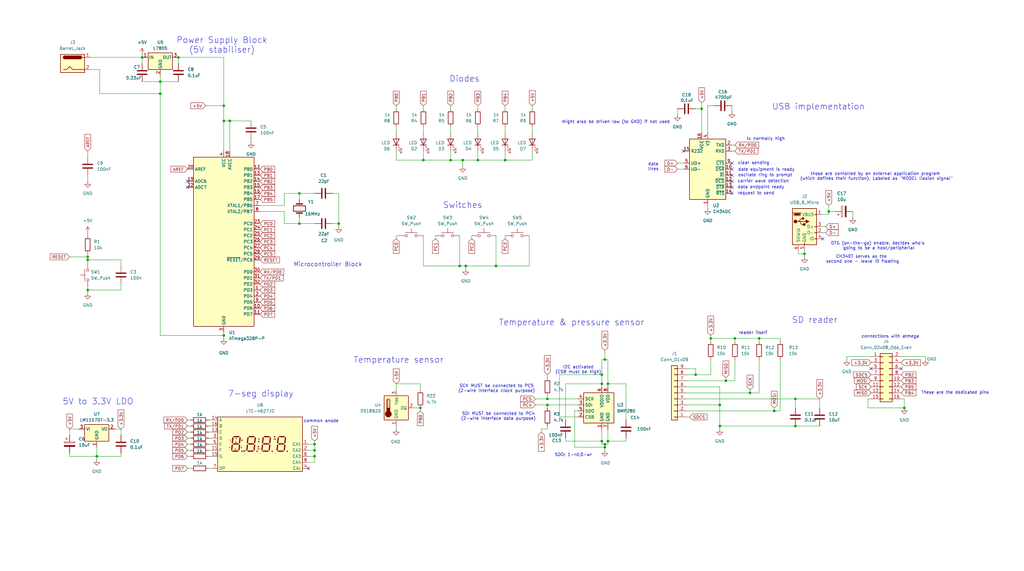
<source format=kicad_sch>
(kicad_sch (version 20250114) (generator "eeschema") (generator_version "9.0")
  (paper "User" 430 240)
  (text "USB implementation" (at 343.662 44.958 0) (effects (font (size 2.54 2.54))))
  (text "data endpoint ready" (at 319.532 78.74 0) (effects (font (size 1.27 1.27))))
  (text "Diodes\n" (at 195.072 33.274 0) (effects (font (size 2.54 2.54))))
  (text "clear sending" (at 316.484 68.58 0) (effects (font (size 1.27 1.27))))
  (text "SDI MUST be connected to PC4\n(2-wire interface data purpose)" (at 209.296 175.006 0) (effects (font (size 1.27 1.27))))
  (text "Power Supply Block\n(5V stabiliser)" (at 93.218 19.05 0) (effects (font (size 2.54 2.54))))
  (text "Switches" (at 194.31 86.36 0) (effects (font (size 2.54 2.54))))
  (text "connections with atmega" (at 373.888 141.478 0) (effects (font (size 1.27 1.27))))
  (text "SD reader" (at 342.138 134.62 0) (effects (font (size 2.54 2.54))))
  (text "data\nlines" (at 274.32 70.104 0) (effects (font (size 1.27 1.27))))
  (text "tx normally high" (at 321.564 58.42 0) (effects (font (size 1.27 1.27))))
  (text "common anode\n" (at 134.874 177.038 0) (effects (font (size 1.27 1.27))))
  (text "5V to 3.3V LDO" (at 41.148 168.91 0) (effects (font (size 2.54 2.54))))
  (text "7-seg display\n" (at 109.474 165.608 0) (effects (font (size 2.54 2.54))))
  (text "Temperature & pressure sensor\n" (at 240.03 135.636 0) (effects (font (size 2.54 2.54))))
  (text "oscilate ring to prompt" (at 321.31 73.66 0) (effects (font (size 1.27 1.27))))
  (text "request to send" (at 317.5 81.28 0) (effects (font (size 1.27 1.27))))
  (text "Temperature sensor\n" (at 167.386 151.384 0) (effects (font (size 2.54 2.54))))
  (text "might also be driven low (to GND) if not used" (at 258.572 51.308 0) (effects (font (size 1.27 1.27))))
  (text "Microcontroller Block" (at 137.668 111.252 0) (effects (font (size 1.778 1.778))))
  (text "These are the dedicated pins" (at 401.066 165.1 0) (effects (font (size 1.27 1.27))))
  (text "SCK MUST be connected to PC5\n(2-wire interface clock purpose)\n" (at 208.534 163.322 0) (effects (font (size 1.27 1.27))))
  (text "SDO: 1-rd,0-wr" (at 240.792 191.262 0) (effects (font (size 1.27 1.27))))
  (text "OTG (on-the-go) enable. decides who's \ngoing to be a host/peripherial" (at 369.062 103.378 0) (effects (font (size 1.27 1.27))))
  (text "reader itself" (at 316.23 139.954 0) (effects (font (size 1.27 1.27))))
  (text "those are contolled by an external application program \n(which defines their function). Labeled as \"MODEL liasion signal\"" (at 368.046 74.168 0) (effects (font (size 1.27 1.27))))
  (text "CH340T serves as the \nsecond one - leave ID floating" (at 362.204 108.966 0) (effects (font (size 1.27 1.27))))
  (text "date equipment is ready" (at 321.818 71.374 0) (effects (font (size 1.27 1.27))))
  (text "carrier wave detection\n" (at 320.548 76.2 0) (effects (font (size 1.27 1.27))))
  (text "I2C activated\n(CSB must be high)" (at 242.824 155.448 0) (effects (font (size 1.27 1.27))))
  (junction (at 59.69 24.13))
  (junction (at 255.27 161.29))
  (junction (at 176.53 171.45))
  (junction (at 298.45 142.24))
  (junction (at 125.73 93.98))
  (junction (at 308.61 142.24))
  (junction (at 132.08 189.23))
  (junction (at 67.31 39.37))
  (junction (at 142.24 93.98))
  (junction (at 177.8 67.31))
  (junction (at 229.87 167.64))
  (junction (at 67.31 34.29))
  (junction (at 36.83 121.92))
  (junction (at 212.09 67.31))
  (junction (at 334.01 179.07))
  (junction (at 304.8 160.02))
  (junction (at 255.27 185.42))
  (junction (at 294.64 45.72))
  (junction (at 314.96 165.1))
  (junction (at 36.83 109.22))
  (junction (at 252.73 185.42))
  (junction (at 254 151.13))
  (junction (at 125.73 81.28))
  (junction (at 36.83 107.95))
  (junction (at 347.98 88.9))
  (junction (at 334.01 167.64))
  (junction (at 93.98 44.45))
  (junction (at 74.93 24.13))
  (junction (at 200.66 67.31))
  (junction (at 194.31 67.31))
  (junction (at 325.12 172.72))
  (junction (at 193.04 111.76))
  (junction (at 254 187.96))
  (junction (at 318.77 142.24))
  (junction (at 208.28 111.76))
  (junction (at 132.08 186.69))
  (junction (at 229.87 170.18))
  (junction (at 93.98 140.97))
  (junction (at 132.08 191.77))
  (junction (at 40.64 191.77))
  (junction (at 292.1 157.48))
  (junction (at 337.82 106.68))
  (junction (at 93.98 50.8))
  (junction (at 302.26 170.18))
  (junction (at 189.23 67.31))
  (junction (at 252.73 161.29))
  (junction (at 379.73 171.45))
  (junction (at 254 186.69))
  (junction (at 302.26 179.07))
  (junction (at 195.58 111.76))
  (junction (at 252.73 157.48))
  (junction (at 96.52 50.8))
  (no_connect (at 307.34 78.74))
  (no_connect (at 307.34 73.66))
  (no_connect (at 129.54 196.85))
  (no_connect (at 365.76 154.94))
  (no_connect (at 378.46 154.94))
  (no_connect (at 345.44 100.33))
  (no_connect (at 307.34 76.2))
  (no_connect (at 78.74 76.2))
  (no_connect (at 287.02 63.5))
  (no_connect (at 307.34 81.28))
  (no_connect (at 78.74 78.74))
  (no_connect (at 307.34 68.58))
  (no_connect (at 307.34 71.12))
  (wire (pts (xy 294.64 43.18) (xy 294.64 45.72)))
  (wire (pts (xy 358.14 88.9) (xy 358.14 91.44)))
  (wire (pts (xy 335.28 105.41) (xy 335.28 106.68)))
  (wire (pts (xy 308.61 142.24) (xy 308.61 143.51)))
  (wire (pts (xy 252.73 151.13) (xy 252.73 157.48)))
  (wire (pts (xy 325.12 172.72) (xy 327.66 172.72)))
  (wire (pts (xy 314.96 165.1) (xy 318.77 165.1)))
  (wire (pts (xy 237.49 185.42) (xy 252.73 185.42)))
  (wire (pts (xy 198.12 100.33) (xy 198.12 99.06)))
  (wire (pts (xy 302.26 162.56) (xy 302.26 170.18)))
  (wire (pts (xy 177.8 44.45) (xy 177.8 45.72)))
  (wire (pts (xy 365.76 167.64) (xy 364.49 167.64)))
  (wire (pts (xy 229.87 170.18) (xy 242.57 170.18)))
  (wire (pts (xy 212.09 44.45) (xy 212.09 45.72)))
  (wire (pts (xy 212.09 67.31) (xy 223.52 67.31)))
  (wire (pts (xy 288.29 154.94) (xy 292.1 154.94)))
  (wire (pts (xy 139.7 93.98) (xy 142.24 93.98)))
  (wire (pts (xy 119.38 93.98) (xy 125.73 93.98)))
  (wire (pts (xy 212.09 55.88) (xy 212.09 53.34)))
  (wire (pts (xy 78.74 196.85) (xy 80.01 196.85)))
  (wire (pts (xy 78.74 179.07) (xy 80.01 179.07)))
  (wire (pts (xy 29.21 191.77) (xy 40.64 191.77)))
  (wire (pts (xy 36.83 121.92) (xy 50.8 121.92)))
  (wire (pts (xy 189.23 63.5) (xy 189.23 67.31)))
  (wire (pts (xy 252.73 161.29) (xy 252.73 162.56)))
  (wire (pts (xy 67.31 34.29) (xy 74.93 34.29)))
  (wire (pts (xy 229.87 180.34) (xy 229.87 179.07)))
  (wire (pts (xy 314.96 163.83) (xy 314.96 165.1)))
  (wire (pts (xy 50.8 180.34) (xy 50.8 182.88)))
  (wire (pts (xy 129.54 186.69) (xy 132.08 186.69)))
  (wire (pts (xy 224.79 167.64) (xy 229.87 167.64)))
  (wire (pts (xy 182.88 100.33) (xy 182.88 99.06)))
  (wire (pts (xy 87.63 181.61) (xy 88.9 181.61)))
  (wire (pts (xy 87.63 179.07) (xy 88.9 179.07)))
  (wire (pts (xy 208.28 111.76) (xy 195.58 111.76)))
  (wire (pts (xy 40.64 193.04) (xy 40.64 191.77)))
  (wire (pts (xy 59.69 22.86) (xy 59.69 24.13)))
  (wire (pts (xy 93.98 44.45) (xy 93.98 50.8)))
  (wire (pts (xy 195.58 113.03) (xy 195.58 111.76)))
  (wire (pts (xy 193.04 99.06) (xy 193.04 111.76)))
  (wire (pts (xy 227.33 181.61) (xy 227.33 180.34)))
  (wire (pts (xy 132.08 186.69) (xy 132.08 189.23)))
  (wire (pts (xy 132.08 189.23) (xy 132.08 191.77)))
  (wire (pts (xy 125.73 93.98) (xy 132.08 93.98)))
  (wire (pts (xy 194.31 67.31) (xy 194.31 69.85)))
  (wire (pts (xy 234.95 157.48) (xy 234.95 175.26)))
  (wire (pts (xy 222.25 111.76) (xy 208.28 111.76)))
  (wire (pts (xy 125.73 91.44) (xy 125.73 93.98)))
  (wire (pts (xy 41.91 39.37) (xy 67.31 39.37)))
  (wire (pts (xy 355.6 149.86) (xy 365.76 149.86)))
  (wire (pts (xy 292.1 154.94) (xy 292.1 157.48)))
  (wire (pts (xy 302.26 179.07) (xy 334.01 179.07)))
  (wire (pts (xy 308.61 142.24) (xy 318.77 142.24)))
  (wire (pts (xy 166.37 180.34) (xy 166.37 179.07)))
  (wire (pts (xy 67.31 39.37) (xy 67.31 140.97)))
  (wire (pts (xy 29.21 190.5) (xy 29.21 191.77)))
  (wire (pts (xy 223.52 63.5) (xy 223.52 67.31)))
  (wire (pts (xy 193.04 111.76) (xy 195.58 111.76)))
  (wire (pts (xy 212.09 63.5) (xy 212.09 67.31)))
  (wire (pts (xy 119.38 81.28) (xy 125.73 81.28)))
  (wire (pts (xy 87.63 186.69) (xy 88.9 186.69)))
  (wire (pts (xy 304.8 158.75) (xy 304.8 160.02)))
  (wire (pts (xy 298.45 142.24) (xy 308.61 142.24)))
  (wire (pts (xy 325.12 171.45) (xy 325.12 172.72)))
  (wire (pts (xy 255.27 180.34) (xy 255.27 185.42)))
  (wire (pts (xy 308.61 60.96) (xy 307.34 60.96)))
  (wire (pts (xy 255.27 161.29) (xy 255.27 151.13)))
  (wire (pts (xy 288.29 167.64) (xy 334.01 167.64)))
  (wire (pts (xy 252.73 186.69) (xy 254 186.69)))
  (wire (pts (xy 119.38 88.9) (xy 119.38 93.98)))
  (wire (pts (xy 229.87 167.64) (xy 242.57 167.64)))
  (wire (pts (xy 364.49 171.45) (xy 379.73 171.45)))
  (wire (pts (xy 298.45 151.13) (xy 298.45 157.48)))
  (wire (pts (xy 194.31 67.31) (xy 200.66 67.31)))
  (wire (pts (xy 234.95 157.48) (xy 252.73 157.48)))
  (wire (pts (xy 96.52 50.8) (xy 105.41 50.8)))
  (wire (pts (xy 93.98 24.13) (xy 93.98 44.45)))
  (wire (pts (xy 59.69 24.13) (xy 59.69 26.67)))
  (wire (pts (xy 29.21 180.34) (xy 33.02 180.34)))
  (wire (pts (xy 229.87 166.37) (xy 229.87 167.64)))
  (wire (pts (xy 379.73 167.64) (xy 379.73 171.45)))
  (wire (pts (xy 255.27 162.56) (xy 255.27 161.29)))
  (wire (pts (xy 241.3 172.72) (xy 241.3 187.96)))
  (wire (pts (xy 252.73 157.48) (xy 252.73 161.29)))
  (wire (pts (xy 223.52 55.88) (xy 223.52 53.34)))
  (wire (pts (xy 378.46 149.86) (xy 388.62 149.86)))
  (wire (pts (xy 36.83 63.5) (xy 36.83 66.04)))
  (wire (pts (xy 36.83 106.68) (xy 36.83 107.95)))
  (wire (pts (xy 347.98 88.9) (xy 350.52 88.9)))
  (wire (pts (xy 318.77 142.24) (xy 327.66 142.24)))
  (wire (pts (xy 86.36 44.45) (xy 93.98 44.45)))
  (wire (pts (xy 200.66 55.88) (xy 200.66 53.34)))
  (wire (pts (xy 227.33 180.34) (xy 229.87 180.34)))
  (wire (pts (xy 308.61 63.5) (xy 307.34 63.5)))
  (wire (pts (xy 78.74 184.15) (xy 80.01 184.15)))
  (wire (pts (xy 237.49 161.29) (xy 252.73 161.29)))
  (wire (pts (xy 212.09 100.33) (xy 212.09 99.06)))
  (wire (pts (xy 355.6 149.86) (xy 355.6 151.13)))
  (wire (pts (xy 200.66 44.45) (xy 200.66 45.72)))
  (wire (pts (xy 200.66 63.5) (xy 200.66 67.31)))
  (wire (pts (xy 93.98 50.8) (xy 93.98 63.5)))
  (wire (pts (xy 255.27 185.42) (xy 255.27 186.69)))
  (wire (pts (xy 177.8 67.31) (xy 189.23 67.31)))
  (wire (pts (xy 50.8 111.76) (xy 50.8 109.22)))
  (wire (pts (xy 166.37 161.29) (xy 166.37 163.83)))
  (wire (pts (xy 255.27 151.13) (xy 254 151.13)))
  (wire (pts (xy 302.26 170.18) (xy 302.26 179.07)))
  (wire (pts (xy 29.21 182.88) (xy 29.21 180.34)))
  (wire (pts (xy 288.29 160.02) (xy 304.8 160.02)))
  (wire (pts (xy 142.24 81.28) (xy 142.24 93.98)))
  (wire (pts (xy 109.22 88.9) (xy 119.38 88.9)))
  (wire (pts (xy 125.73 81.28) (xy 132.08 81.28)))
  (wire (pts (xy 78.74 181.61) (xy 80.01 181.61)))
  (wire (pts (xy 242.57 175.26) (xy 234.95 175.26)))
  (wire (pts (xy 302.26 179.07) (xy 302.26 180.34)))
  (wire (pts (xy 255.27 161.29) (xy 262.89 161.29)))
  (wire (pts (xy 388.62 149.86) (xy 388.62 151.13)))
  (wire (pts (xy 318.77 142.24) (xy 318.77 143.51)))
  (wire (pts (xy 242.57 172.72) (xy 241.3 172.72)))
  (wire (pts (xy 224.79 170.18) (xy 229.87 170.18)))
  (wire (pts (xy 177.8 63.5) (xy 177.8 67.31)))
  (wire (pts (xy 284.48 45.72) (xy 284.48 48.26)))
  (wire (pts (xy 334.01 167.64) (xy 334.01 171.45)))
  (wire (pts (xy 38.1 29.21) (xy 41.91 29.21)))
  (wire (pts (xy 327.66 142.24) (xy 327.66 143.51)))
  (wire (pts (xy 255.27 185.42) (xy 262.89 185.42)))
  (wire (pts (xy 129.54 189.23) (xy 132.08 189.23)))
  (wire (pts (xy 132.08 191.77) (xy 132.08 194.31)))
  (wire (pts (xy 346.71 97.79) (xy 345.44 97.79)))
  (wire (pts (xy 189.23 44.45) (xy 189.23 45.72)))
  (wire (pts (xy 176.53 172.72) (xy 176.53 171.45)))
  (wire (pts (xy 262.89 176.53) (xy 262.89 161.29)))
  (wire (pts (xy 229.87 157.48) (xy 229.87 158.75)))
  (wire (pts (xy 78.74 191.77) (xy 80.01 191.77)))
  (wire (pts (xy 308.61 151.13) (xy 308.61 160.02)))
  (wire (pts (xy 67.31 34.29) (xy 67.31 39.37)))
  (wire (pts (xy 87.63 176.53) (xy 88.9 176.53)))
  (wire (pts (xy 335.28 106.68) (xy 337.82 106.68)))
  (wire (pts (xy 166.37 63.5) (xy 166.37 67.31)))
  (wire (pts (xy 173.99 171.45) (xy 176.53 171.45)))
  (wire (pts (xy 50.8 190.5) (xy 50.8 191.77)))
  (wire (pts (xy 364.49 167.64) (xy 364.49 171.45)))
  (wire (pts (xy 344.17 167.64) (xy 344.17 171.45)))
  (wire (pts (xy 36.83 97.79) (xy 36.83 99.06)))
  (wire (pts (xy 292.1 45.72) (xy 294.64 45.72)))
  (wire (pts (xy 29.21 107.95) (xy 36.83 107.95)))
  (wire (pts (xy 334.01 179.07) (xy 344.17 179.07)))
  (wire (pts (xy 36.83 107.95) (xy 36.83 109.22)))
  (wire (pts (xy 105.41 58.42) (xy 105.41 59.69)))
  (wire (pts (xy 337.82 105.41) (xy 337.82 106.68)))
  (wire (pts (xy 119.38 86.36) (xy 119.38 81.28)))
  (wire (pts (xy 337.82 107.95) (xy 337.82 106.68)))
  (wire (pts (xy 125.73 81.28) (xy 125.73 83.82)))
  (wire (pts (xy 297.18 87.63) (xy 297.18 86.36)))
  (wire (pts (xy 288.29 165.1) (xy 314.96 165.1)))
  (wire (pts (xy 252.73 180.34) (xy 252.73 185.42)))
  (wire (pts (xy 284.48 71.12) (xy 287.02 71.12)))
  (wire (pts (xy 166.37 99.06) (xy 167.64 99.06)))
  (wire (pts (xy 327.66 172.72) (xy 327.66 151.13)))
  (wire (pts (xy 142.24 93.98) (xy 142.24 95.25)))
  (wire (pts (xy 87.63 196.85) (xy 88.9 196.85)))
  (wire (pts (xy 74.93 24.13) (xy 74.93 26.67)))
  (wire (pts (xy 93.98 50.8) (xy 96.52 50.8)))
  (wire (pts (xy 262.89 184.15) (xy 262.89 185.42)))
  (wire (pts (xy 48.26 180.34) (xy 50.8 180.34)))
  (wire (pts (xy 254 189.23) (xy 254 187.96)))
  (wire (pts (xy 288.29 172.72) (xy 325.12 172.72)))
  (wire (pts (xy 254 147.32) (xy 254 151.13)))
  (wire (pts (xy 166.37 67.31) (xy 177.8 67.31)))
  (wire (pts (xy 254 187.96) (xy 254 186.69)))
  (wire (pts (xy 193.04 111.76) (xy 177.8 111.76)))
  (wire (pts (xy 67.31 31.75) (xy 67.31 34.29)))
  (wire (pts (xy 87.63 189.23) (xy 88.9 189.23)))
  (wire (pts (xy 36.83 109.22) (xy 36.83 110.49)))
  (wire (pts (xy 298.45 140.97) (xy 298.45 142.24)))
  (wire (pts (xy 36.83 109.22) (xy 50.8 109.22)))
  (wire (pts (xy 347.98 86.36) (xy 347.98 88.9)))
  (wire (pts (xy 346.71 95.25) (xy 345.44 95.25)))
  (wire (pts (xy 241.3 187.96) (xy 254 187.96)))
  (wire (pts (xy 252.73 185.42) (xy 252.73 186.69)))
  (wire (pts (xy 237.49 184.15) (xy 237.49 185.42)))
  (wire (pts (xy 289.56 175.26) (xy 288.29 175.26)))
  (wire (pts (xy 318.77 151.13) (xy 318.77 165.1)))
  (wire (pts (xy 284.48 68.58) (xy 287.02 68.58)))
  (wire (pts (xy 36.83 73.66) (xy 36.83 76.2)))
  (wire (pts (xy 378.46 167.64) (xy 379.73 167.64)))
  (wire (pts (xy 288.29 162.56) (xy 302.26 162.56)))
  (wire (pts (xy 288.29 170.18) (xy 302.26 170.18)))
  (wire (pts (xy 222.25 99.06) (xy 222.25 111.76)))
  (wire (pts (xy 255.27 186.69) (xy 254 186.69)))
  (wire (pts (xy 36.83 120.65) (xy 36.83 121.92)))
  (wire (pts (xy 166.37 55.88) (xy 166.37 53.34)))
  (wire (pts (xy 38.1 24.13) (xy 59.69 24.13)))
  (wire (pts (xy 139.7 81.28) (xy 142.24 81.28)))
  (wire (pts (xy 177.8 99.06) (xy 177.8 111.76)))
  (wire (pts (xy 304.8 160.02) (xy 308.61 160.02)))
  (wire (pts (xy 78.74 176.53) (xy 80.01 176.53)))
  (wire (pts (xy 41.91 29.21) (xy 41.91 39.37)))
  (wire (pts (xy 229.87 170.18) (xy 229.87 171.45)))
  (wire (pts (xy 166.37 161.29) (xy 176.53 161.29)))
  (wire (pts (xy 334.01 167.64) (xy 344.17 167.64)))
  (wire (pts (xy 297.18 55.88) (xy 297.18 44.45)))
  (wire (pts (xy 50.8 119.38) (xy 50.8 121.92)))
  (wire (pts (xy 132.08 194.31) (xy 129.54 194.31)))
  (wire (pts (xy 129.54 191.77) (xy 132.08 191.77)))
  (wire (pts (xy 177.8 55.88) (xy 177.8 53.34)))
  (wire (pts (xy 288.29 157.48) (xy 292.1 157.48)))
  (wire (pts (xy 254 151.13) (xy 252.73 151.13)))
  (wire (pts (xy 40.64 191.77) (xy 50.8 191.77)))
  (wire (pts (xy 237.49 161.29) (xy 237.49 176.53)))
  (wire (pts (xy 298.45 142.24) (xy 298.45 143.51)))
  (wire (pts (xy 200.66 67.31) (xy 212.09 67.31)))
  (wire (pts (xy 78.74 189.23) (xy 80.01 189.23)))
  (wire (pts (xy 294.64 45.72) (xy 294.64 55.88)))
  (wire (pts (xy 208.28 99.06) (xy 208.28 111.76)))
  (wire (pts (xy 93.98 139.7) (xy 93.98 140.97)))
  (wire (pts (xy 96.52 50.8) (xy 96.52 63.5)))
  (wire (pts (xy 347.98 88.9) (xy 347.98 90.17)))
  (wire (pts (xy 109.22 86.36) (xy 119.38 86.36)))
  (wire (pts (xy 189.23 67.31) (xy 194.31 67.31)))
  (wire (pts (xy 166.37 100.33) (xy 166.37 99.06)))
  (wire (pts (xy 40.64 191.77) (xy 40.64 187.96)))
  (wire (pts (xy 189.23 55.88) (xy 189.23 53.34)))
  (wire (pts (xy 176.53 161.29) (xy 176.53 163.83)))
  (wire (pts (xy 93.98 140.97) (xy 93.98 142.24)))
  (wire (pts (xy 347.98 90.17) (xy 345.44 90.17)))
  (wire (pts (xy 292.1 157.48) (xy 298.45 157.48)))
  (wire (pts (xy 132.08 185.42) (xy 132.08 186.69)))
  (wire (pts (xy 223.52 44.45) (xy 223.52 45.72)))
  (wire (pts (xy 307.34 44.45) (xy 307.34 46.99)))
  (wire (pts (xy 36.83 121.92) (xy 36.83 123.19)))
  (wire (pts (xy 67.31 140.97) (xy 93.98 140.97)))
  (wire (pts (xy 59.69 34.29) (xy 67.31 34.29)))
  (wire (pts (xy 87.63 184.15) (xy 88.9 184.15)))
  (wire (pts (xy 87.63 191.77) (xy 88.9 191.77)))
  (wire (pts (xy 297.18 44.45) (xy 299.72 44.45)))
  (wire (pts (xy 74.93 24.13) (xy 93.98 24.13)))
  (wire (pts (xy 166.37 44.45) (xy 166.37 45.72)))
  (wire (pts (xy 78.74 186.69) (xy 80.01 186.69)))
  (global_label "PB0" (shape input) (at 166.37 44.45 90) (property "Intersheetrefs" "${INTERSHEET_REFS}" (effects (hide yes))))
  (global_label "PD5" (shape input) (at 109.22 127 0) (property "Intersheetrefs" "${INTERSHEET_REFS}" (effects (hide yes))))
  (global_label "+3.3V" (shape input) (at 344.17 167.64 90) (property "Intersheetrefs" "${INTERSHEET_REFS}" (effects (hide yes))))
  (global_label "PB3" (shape input) (at 109.22 78.74 0) (property "Intersheetrefs" "${INTERSHEET_REFS}" (effects (hide yes))))
  (global_label "TX{slash}PD1" (shape input) (at 308.61 63.5 0) (property "Intersheetrefs" "${INTERSHEET_REFS}" (effects (hide yes))))
  (global_label "PC0" (shape input) (at 109.22 93.98 0) (property "Intersheetrefs" "${INTERSHEET_REFS}" (effects (hide yes))))
  (global_label "D+" (shape input) (at 284.48 68.58 180) (property "Intersheetrefs" "${INTERSHEET_REFS}" (effects (hide yes))))
  (global_label "PB2" (shape input) (at 378.46 157.48 0) (property "Intersheetrefs" "${INTERSHEET_REFS}" (effects (hide yes))))
  (global_label "+3.3V" (shape input) (at 229.87 157.48 90) (property "Intersheetrefs" "${INTERSHEET_REFS}" (effects (hide yes))))
  (global_label "PD7" (shape input) (at 78.74 196.85 180) (property "Intersheetrefs" "${INTERSHEET_REFS}" (effects (hide yes))))
  (global_label "TX{slash}PD1" (shape input) (at 78.74 179.07 180) (property "Intersheetrefs" "${INTERSHEET_REFS}" (effects (hide yes))))
  (global_label "PB2" (shape input) (at 109.22 76.2 0) (property "Intersheetrefs" "${INTERSHEET_REFS}" (effects (hide yes))))
  (global_label "SCK" (shape input) (at 314.96 163.83 90) (property "Intersheetrefs" "${INTERSHEET_REFS}" (effects (hide yes))))
  (global_label "AREF" (shape input) (at 78.74 71.12 180) (property "Intersheetrefs" "${INTERSHEET_REFS}" (effects (hide yes))))
  (global_label "D-" (shape input) (at 284.48 71.12 180) (property "Intersheetrefs" "${INTERSHEET_REFS}" (effects (hide yes))))
  (global_label "PB4" (shape input) (at 109.22 81.28 0) (property "Intersheetrefs" "${INTERSHEET_REFS}" (effects (hide yes))))
  (global_label "PB5" (shape input) (at 109.22 83.82 0) (property "Intersheetrefs" "${INTERSHEET_REFS}" (effects (hide yes))))
  (global_label "TX{slash}PD1" (shape input) (at 109.22 116.84 0) (property "Intersheetrefs" "${INTERSHEET_REFS}" (effects (hide yes))))
  (global_label "+5V" (shape input) (at 223.52 44.45 90) (property "Intersheetrefs" "${INTERSHEET_REFS}" (effects (hide yes))))
  (global_label "+5V" (shape input) (at 132.08 185.42 90) (property "Intersheetrefs" "${INTERSHEET_REFS}" (effects (hide yes))))
  (global_label "SCK" (shape input) (at 365.76 162.56 180) (property "Intersheetrefs" "${INTERSHEET_REFS}" (effects (hide yes))))
  (global_label "+3.3V" (shape input) (at 254 147.32 90) (property "Intersheetrefs" "${INTERSHEET_REFS}" (effects (hide yes))))
  (global_label "MISO" (shape input) (at 304.8 158.75 90) (property "Intersheetrefs" "${INTERSHEET_REFS}" (effects (hide yes))))
  (global_label "PB0" (shape input) (at 109.22 71.12 0) (property "Intersheetrefs" "${INTERSHEET_REFS}" (effects (hide yes))))
  (global_label "PD2" (shape input) (at 109.22 119.38 0) (property "Intersheetrefs" "${INTERSHEET_REFS}" (effects (hide yes))))
  (global_label "PC1" (shape input) (at 182.88 100.33 270) (property "Intersheetrefs" "${INTERSHEET_REFS}" (effects (hide yes))))
  (global_label "PB2" (shape input) (at 189.23 44.45 90) (property "Intersheetrefs" "${INTERSHEET_REFS}" (effects (hide yes))))
  (global_label "MOSI" (shape input) (at 325.12 171.45 90) (property "Intersheetrefs" "${INTERSHEET_REFS}" (effects (hide yes))))
  (global_label "RX{slash}PD0" (shape input) (at 78.74 176.53 180) (property "Intersheetrefs" "${INTERSHEET_REFS}" (effects (hide yes))))
  (global_label "+3.3V" (shape input) (at 227.33 181.61 270) (property "Intersheetrefs" "${INTERSHEET_REFS}" (effects (hide yes))))
  (global_label "PB0" (shape input) (at 176.53 172.72 270) (property "Intersheetrefs" "${INTERSHEET_REFS}" (effects (hide yes))))
  (global_label "PD2" (shape input) (at 78.74 181.61 180) (property "Intersheetrefs" "${INTERSHEET_REFS}" (effects (hide yes))))
  (global_label "+3.3V" (shape input) (at 298.45 140.97 90) (property "Intersheetrefs" "${INTERSHEET_REFS}" (effects (hide yes))))
  (global_label "+5V" (shape input) (at 294.64 43.18 90) (property "Intersheetrefs" "${INTERSHEET_REFS}" (effects (hide yes))))
  (global_label "PC1" (shape input) (at 109.22 96.52 0) (property "Intersheetrefs" "${INTERSHEET_REFS}" (effects (hide yes))))
  (global_label "PC0" (shape input) (at 166.37 100.33 270) (property "Intersheetrefs" "${INTERSHEET_REFS}" (effects (hide yes))))
  (global_label "PC4" (shape input) (at 109.22 104.14 0) (property "Intersheetrefs" "${INTERSHEET_REFS}" (effects (hide yes))))
  (global_label "+5V" (shape input) (at 29.21 180.34 90) (property "Intersheetrefs" "${INTERSHEET_REFS}" (effects (hide yes))))
  (global_label "+5V" (shape input) (at 347.98 86.36 90) (property "Intersheetrefs" "${INTERSHEET_REFS}" (effects (hide yes))))
  (global_label "PB3" (shape input) (at 378.46 160.02 0) (property "Intersheetrefs" "${INTERSHEET_REFS}" (effects (hide yes))))
  (global_label "PC5" (shape input) (at 109.22 106.68 0) (property "Intersheetrefs" "${INTERSHEET_REFS}" (effects (hide yes))))
  (global_label "RESET" (shape input) (at 109.22 109.22 0) (property "Intersheetrefs" "${INTERSHEET_REFS}" (effects (hide yes))))
  (global_label "PD3" (shape input) (at 78.74 184.15 180) (property "Intersheetrefs" "${INTERSHEET_REFS}" (effects (hide yes))))
  (global_label "+5V" (shape input) (at 86.36 44.45 180) (property "Intersheetrefs" "${INTERSHEET_REFS}" (effects (hide yes))))
  (global_label "PC4" (shape input) (at 224.79 170.18 180) (property "Intersheetrefs" "${INTERSHEET_REFS}" (effects (hide yes))))
  (global_label "PC2" (shape input) (at 109.22 99.06 0) (property "Intersheetrefs" "${INTERSHEET_REFS}" (effects (hide yes))))
  (global_label "PC3" (shape input) (at 109.22 101.6 0) (property "Intersheetrefs" "${INTERSHEET_REFS}" (effects (hide yes))))
  (global_label "+5V" (shape input) (at 166.37 161.29 90) (property "Intersheetrefs" "${INTERSHEET_REFS}" (effects (hide yes))))
  (global_label "D+" (shape input) (at 346.71 95.25 0) (property "Intersheetrefs" "${INTERSHEET_REFS}" (effects (hide yes))))
  (global_label "MOSI" (shape input) (at 365.76 160.02 180) (property "Intersheetrefs" "${INTERSHEET_REFS}" (effects (hide yes))))
  (global_label "AREF" (shape input) (at 36.83 63.5 90) (property "Intersheetrefs" "${INTERSHEET_REFS}" (effects (hide yes))))
  (global_label "PB4" (shape input) (at 212.09 44.45 90) (property "Intersheetrefs" "${INTERSHEET_REFS}" (effects (hide yes))))
  (global_label "MISO" (shape input) (at 365.76 165.1 180) (property "Intersheetrefs" "${INTERSHEET_REFS}" (effects (hide yes))))
  (global_label "PD4" (shape input) (at 109.22 124.46 0) (property "Intersheetrefs" "${INTERSHEET_REFS}" (effects (hide yes))))
  (global_label "+3.3V" (shape input) (at 378.46 152.4 0) (property "Intersheetrefs" "${INTERSHEET_REFS}" (effects (hide yes))))
  (global_label "PD6" (shape input) (at 78.74 191.77 180) (property "Intersheetrefs" "${INTERSHEET_REFS}" (effects (hide yes))))
  (global_label "PD5" (shape input) (at 78.74 189.23 180) (property "Intersheetrefs" "${INTERSHEET_REFS}" (effects (hide yes))))
  (global_label "PC2" (shape input) (at 198.12 100.33 270) (property "Intersheetrefs" "${INTERSHEET_REFS}" (effects (hide yes))))
  (global_label "PD6" (shape input) (at 109.22 129.54 0) (property "Intersheetrefs" "${INTERSHEET_REFS}" (effects (hide yes))))
  (global_label "PC3" (shape input) (at 212.09 100.33 270) (property "Intersheetrefs" "${INTERSHEET_REFS}" (effects (hide yes))))
  (global_label "PB1" (shape input) (at 177.8 44.45 90) (property "Intersheetrefs" "${INTERSHEET_REFS}" (effects (hide yes))))
  (global_label "PB1" (shape input) (at 109.22 73.66 0) (property "Intersheetrefs" "${INTERSHEET_REFS}" (effects (hide yes))))
  (global_label "RX{slash}PD0" (shape input) (at 308.61 60.96 0) (property "Intersheetrefs" "${INTERSHEET_REFS}" (effects (hide yes))))
  (global_label "+3.3V" (shape input) (at 50.8 180.34 90) (property "Intersheetrefs" "${INTERSHEET_REFS}" (effects (hide yes))))
  (global_label "PD3" (shape input) (at 109.22 121.92 0) (property "Intersheetrefs" "${INTERSHEET_REFS}" (effects (hide yes))))
  (global_label "PC5" (shape input) (at 224.79 167.64 180) (property "Intersheetrefs" "${INTERSHEET_REFS}" (effects (hide yes))))
  (global_label "SDCS" (shape input) (at 365.76 157.48 180) (property "Intersheetrefs" "${INTERSHEET_REFS}" (effects (hide yes))))
  (global_label "PD7" (shape input) (at 109.22 132.08 0) (property "Intersheetrefs" "${INTERSHEET_REFS}" (effects (hide yes))))
  (global_label "PB4" (shape input) (at 378.46 165.1 0) (property "Intersheetrefs" "${INTERSHEET_REFS}" (effects (hide yes))))
  (global_label "PB3" (shape input) (at 200.66 44.45 90) (property "Intersheetrefs" "${INTERSHEET_REFS}" (effects (hide yes))))
  (global_label "SDCS" (shape input) (at 289.56 175.26 0) (property "Intersheetrefs" "${INTERSHEET_REFS}" (effects (hide yes))))
  (global_label "PB5" (shape input) (at 378.46 162.56 0) (property "Intersheetrefs" "${INTERSHEET_REFS}" (effects (hide yes))))
  (global_label "PD4" (shape input) (at 78.74 186.69 180) (property "Intersheetrefs" "${INTERSHEET_REFS}" (effects (hide yes))))
  (global_label "+3.3V" (shape input) (at 365.76 152.4 180) (property "Intersheetrefs" "${INTERSHEET_REFS}" (effects (hide yes))))
  (global_label "RESET" (shape input) (at 29.21 107.95 180) (property "Intersheetrefs" "${INTERSHEET_REFS}" (effects (hide yes))))
  (global_label "D-" (shape input) (at 346.71 97.79 0) (property "Intersheetrefs" "${INTERSHEET_REFS}" (effects (hide yes))))
  (global_label "RX{slash}PD0" (shape input) (at 109.22 114.3 0) (property "Intersheetrefs" "${INTERSHEET_REFS}" (effects (hide yes))))
  (symbol (lib_id "Connector_Generic:Conn_02x08_Odd_Even") (at 370.84 157.48 0) (unit 1)
    (property "Reference" "J4" (at 372.11 143.51 0))
    (property "Value" "Conn_02x08_Odd_Even" (at 372.11 146.05 0))
    (property "Footprint" "Connector_PinHeader_2.54mm:PinHeader_2x08_P2.54mm_Vertical" (effects (hide yes)))
    (property "Description" "Generic connector, double row, 02x08, odd/even pin numbering scheme (row 1 odd numbers, row 2 even numbers), script generated (kicad-library-utils/schlib/autogen/connector/)" (effects (hide yes)))
  )
  (symbol (lib_id "Device:R") (at 83.82 196.85 90) (unit 1)
    (property "Reference" "R21" (effects (hide yes)))
    (property "Value" "1k" (at 83.82 194.564 90))
    (property "Footprint" "Resistor_SMD:R_0805_2012Metric_Pad1.20x1.40mm_HandSolder" (effects (hide yes)))
    (property "Description" "Resistor" (effects (hide yes)))
  )
  (symbol (lib_id "Interface_USB:CH340C") (at 297.18 71.12 0) (unit 1)
    (property "Reference" "U2" (at 299.3233 86.36 0) (effects (justify left)))
    (property "Value" "CH340C" (at 299.3233 88.9 0) (effects (justify left)))
    (property "Footprint" "Package_SO:SOIC-16_3.9x9.9mm_P1.27mm" (effects (hide yes)))
    (property "Datasheet" "https://datasheet.lcsc.com/szlcsc/Jiangsu-Qin-Heng-CH340C_C84681.pdf" (effects (hide yes)))
    (property "Description" "USB serial converter, crystal-less, UART, SOIC-16" (effects (hide yes)))
  )
  (symbol (lib_id "Device:R") (at 83.82 179.07 90) (unit 1)
    (property "Reference" "R15" (effects (hide yes)))
    (property "Value" "1k" (at 83.82 176.784 90))
    (property "Footprint" "Resistor_SMD:R_0805_2012Metric_Pad1.20x1.40mm_HandSolder" (effects (hide yes)))
    (property "Description" "Resistor" (effects (hide yes)))
  )
  (symbol (lib_id "Device:LED") (at 189.23 59.69 90) (unit 1)
    (property "Reference" "D3" (at 186.69 62.5476 90) (effects (justify left)))
    (property "Value" "LED" (at 186.69 60.0076 90) (effects (justify left)))
    (property "Footprint" "LED_SMD:LED_0603_1608Metric" (effects (hide yes)))
    (property "Description" "Light emitting diode" (effects (hide yes)))
    (property "Sim.Pins" "1=K 2=A" (effects (hide yes)))
  )
  (symbol (lib_id "Device:R") (at 177.8 49.53 180) (unit 1)
    (property "Reference" "R4" (at 175.26 50.8001 0) (effects (justify left)))
    (property "Value" "1k" (at 175.26 48.2601 0) (effects (justify left)))
    (property "Footprint" "Resistor_SMD:R_0805_2012Metric_Pad1.20x1.40mm_HandSolder" (effects (hide yes)))
    (property "Description" "Resistor" (effects (hide yes)))
  )
  (symbol (lib_id "power:+5V") (at 36.83 97.79 0) (unit 1)
    (property "Reference" "#PWR04" (effects (hide yes)))
    (property "Value" "+5V" (at 36.83 92.71 0))
    (property "Description" "Power symbol creates a global label with name \"+5V\"" (effects (hide yes)))
  )
  (symbol (lib_id "Device:R") (at 229.87 162.56 0) (unit 1)
    (property "Reference" "R2" (at 232.41 161.2899 0) (effects (justify left)))
    (property "Value" "4.7k" (at 232.41 163.8299 0) (effects (justify left)))
    (property "Footprint" "Resistor_SMD:R_0805_2012Metric_Pad1.20x1.40mm_HandSolder" (effects (hide yes)))
    (property "Description" "Resistor" (effects (hide yes)))
  )
  (symbol (lib_id "Device:C") (at 59.69 30.48 0) (unit 1)
    (property "Reference" "C7" (at 56.134 28.194 0) (effects (justify left)))
    (property "Value" "0.33uF" (at 52.832 32.766 0) (effects (justify left)))
    (property "Footprint" "Capacitor_SMD:C_0603_1608Metric" (effects (hide yes)))
    (property "Description" "Unpolarized capacitor" (effects (hide yes)))
  )
  (symbol (lib_id "power:GND") (at 355.6 151.13 0) (unit 1)
    (property "Reference" "#PWR015" (effects (hide yes)))
    (property "Value" "GND" (at 355.6 156.21 0))
    (property "Description" "Power symbol creates a global label with name \"GND\" , ground" (effects (hide yes)))
  )
  (symbol (lib_id "Device:C") (at 303.53 44.45 90) (unit 1)
    (property "Reference" "C16" (at 303.53 38.608 90))
    (property "Value" "4700pF" (at 303.784 40.894 90))
    (property "Footprint" "Capacitor_SMD:C_0603_1608Metric" (effects (hide yes)))
    (property "Description" "Unpolarized capacitor" (effects (hide yes)))
  )
  (symbol (lib_id "Regulator_Linear:L7805") (at 67.31 24.13 0) (unit 1)
    (property "Reference" "U5" (at 67.31 17.78 0))
    (property "Value" "L7805" (at 67.31 20.32 0))
    (property "Footprint" "Package_TO_SOT_SMD:TO-252-2" (effects (hide yes)))
    (property "Datasheet" "http://www.st.com/content/ccc/resource/technical/document/datasheet/41/4f/b3/b0/12/d4/47/88/CD00000444.pdf/files/CD00000444.pdf/jcr:content/translations/en.CD00000444.pdf" (effects (hide yes)))
    (property "Description" "Positive 1.5A 35V Linear Regulator, Fixed Output 5V, TO-220/TO-263/TO-252" (effects (hide yes)))
  )
  (symbol (lib_id "Device:R") (at 189.23 49.53 180) (unit 1)
    (property "Reference" "R5" (at 186.69 50.8001 0) (effects (justify left)))
    (property "Value" "1k" (at 186.69 48.2601 0) (effects (justify left)))
    (property "Footprint" "Resistor_SMD:R_0805_2012Metric_Pad1.20x1.40mm_HandSolder" (effects (hide yes)))
    (property "Description" "Resistor" (effects (hide yes)))
  )
  (symbol (lib_id "Device:LED") (at 223.52 59.69 90) (unit 1)
    (property "Reference" "D7" (at 220.98 62.5476 90) (effects (justify left)))
    (property "Value" "LED" (at 220.98 60.0076 90) (effects (justify left)))
    (property "Footprint" "LED_SMD:LED_0603_1608Metric" (effects (hide yes)))
    (property "Description" "Light emitting diode" (effects (hide yes)))
    (property "Sim.Pins" "1=K 2=A" (effects (hide yes)))
  )
  (symbol (lib_id "power:GND") (at 166.37 180.34 0) (unit 1)
    (property "Reference" "#PWR017" (effects (hide yes)))
    (property "Value" "GND" (at 166.116 185.674 0))
    (property "Description" "Power symbol creates a global label with name \"GND\" , ground" (effects (hide yes)))
  )
  (symbol (lib_id "power:+12V") (at 59.69 22.86 0) (unit 1)
    (property "Reference" "#PWR09" (effects (hide yes)))
    (property "Value" "+5V" (at 59.69 17.78 0))
    (property "Description" "Power symbol creates a global label with name \"+12V\"" (effects (hide yes)))
  )
  (symbol (lib_id "Device:R") (at 200.66 49.53 180) (unit 1)
    (property "Reference" "R6" (at 198.12 50.8001 0) (effects (justify left)))
    (property "Value" "1k" (at 198.12 48.2601 0) (effects (justify left)))
    (property "Footprint" "Resistor_SMD:R_0805_2012Metric_Pad1.20x1.40mm_HandSolder" (effects (hide yes)))
    (property "Description" "Resistor" (effects (hide yes)))
  )
  (symbol (lib_id "Display_Character:LTC-4627JD") (at 109.22 186.69 0) (unit 1)
    (property "Reference" "U6" (at 109.22 170.18 0))
    (property "Value" "LTC-4627JD" (at 109.22 172.72 0))
    (property "Footprint" "Display_7Segment:LTC-4627Jx" (effects (hide yes)))
    (property "Datasheet" "http://optoelectronics.liteon.com/upload/download/DS30-2001-093/LTC-4627JD.pdf" (effects (hide yes)))
    (property "Description" "4 digit 7 segment hyper red, common anode" (effects (hide yes)))
  )
  (symbol (lib_id "power:GND") (at 195.58 113.03 0) (unit 1)
    (property "Reference" "#PWR012" (effects (hide yes)))
    (property "Value" "GND" (at 195.58 118.11 0))
    (property "Description" "Power symbol creates a global label with name \"GND\" , ground" (effects (hide yes)))
  )
  (symbol (lib_id "power:GND") (at 358.14 91.44 0) (unit 1)
    (property "Reference" "#PWR021" (effects (hide yes)))
    (property "Value" "GND" (at 358.14 96.52 0))
    (property "Description" "Power symbol creates a global label with name \"GND\" , ground" (effects (hide yes)))
  )
  (symbol (lib_id "Device:C") (at 74.93 30.48 0) (unit 1)
    (property "Reference" "C8" (at 78.74 29.2099 0) (effects (justify left)))
    (property "Value" "0.1uF" (at 78.74 31.7499 0) (effects (justify left)))
    (property "Footprint" "Capacitor_SMD:C_0603_1608Metric" (effects (hide yes)))
    (property "Description" "Unpolarized capacitor" (effects (hide yes)))
  )
  (symbol (lib_id "Connector:USB_B_Micro") (at 337.82 95.25 0) (unit 1)
    (property "Reference" "J2" (at 337.82 82.55 0))
    (property "Value" "USB_B_Micro" (at 337.82 85.09 0))
    (property "Footprint" "Connector_USB:USB_Micro-B_Molex-105017-0001" (effects (hide yes)))
    (property "Description" "USB Micro Type B connector" (effects (hide yes)))
  )
  (symbol (lib_id "power:GND") (at 40.64 193.04 0) (unit 1)
    (property "Reference" "#PWR018" (effects (hide yes)))
    (property "Value" "GND" (at 40.64 198.12 0))
    (property "Description" "Power symbol creates a global label with name \"GND\" , ground" (effects (hide yes)))
  )
  (symbol (lib_id "Device:Crystal") (at 125.73 87.63 90) (unit 1)
    (property "Reference" "Y1" (at 129.286 84.836 90) (effects (justify right)))
    (property "Value" "16MHz" (at 128.016 89.916 90) (effects (justify right)))
    (property "Footprint" "Oscillator:Oscillator_SMD_Abracon_ASDMB-4Pin_2.5x2.0mm" (effects (hide yes)))
    (property "Description" "Two pin crystal" (effects (hide yes)))
  )
  (symbol (lib_id "Device:C") (at 262.89 180.34 0) (unit 1)
    (property "Reference" "C14" (at 264.668 175.514 0) (effects (justify left)))
    (property "Value" "100nF" (at 267.462 180.34 0) (effects (justify left)))
    (property "Footprint" "Capacitor_SMD:C_0603_1608Metric" (effects (hide yes)))
    (property "Description" "Unpolarized capacitor" (effects (hide yes)))
  )
  (symbol (lib_id "Device:R") (at 83.82 181.61 90) (unit 1)
    (property "Reference" "R16" (effects (hide yes)))
    (property "Value" "1k" (at 83.82 179.324 90))
    (property "Footprint" "Resistor_SMD:R_0805_2012Metric_Pad1.20x1.40mm_HandSolder" (effects (hide yes)))
    (property "Description" "Resistor" (effects (hide yes)))
  )
  (symbol (lib_id "Connector_Generic:Conn_01x09") (at 283.21 165.1 180) (unit 1)
    (property "Reference" "J1" (at 283.21 148.59 0))
    (property "Value" "Conn_01x09" (at 283.21 151.13 0))
    (property "Footprint" "Connector_PinHeader_2.54mm:PinHeader_1x09_P2.54mm_Vertical" (effects (hide yes)))
    (property "Description" "Generic connector, single row, 01x09, script generated (kicad-library-utils/schlib/autogen/connector/)" (effects (hide yes)))
  )
  (symbol (lib_id "Device:C_Polarized") (at 354.33 88.9 90) (unit 1)
    (property "Reference" "C17" (at 353.441 81.28 90))
    (property "Value" "10u" (at 353.441 83.82 90))
    (property "Footprint" "Capacitor_SMD:CP_Elec_4x3" (effects (hide yes)))
    (property "Description" "Polarized capacitor" (effects (hide yes)))
  )
  (symbol (lib_id "Device:LED") (at 177.8 59.69 90) (unit 1)
    (property "Reference" "D2" (at 175.26 62.5476 90) (effects (justify left)))
    (property "Value" "LED" (at 175.26 60.0076 90) (effects (justify left)))
    (property "Footprint" "LED_SMD:LED_0603_1608Metric" (effects (hide yes)))
    (property "Description" "Light emitting diode" (effects (hide yes)))
    (property "Sim.Pins" "1=K 2=A" (effects (hide yes)))
  )
  (symbol (lib_id "Device:LED") (at 166.37 59.69 90) (unit 1)
    (property "Reference" "D6" (at 163.83 62.5476 90) (effects (justify left)))
    (property "Value" "LED" (at 163.83 60.0076 90) (effects (justify left)))
    (property "Footprint" "LED_SMD:LED_0603_1608Metric" (effects (hide yes)))
    (property "Description" "Light emitting diode" (effects (hide yes)))
    (property "Sim.Pins" "1=K 2=A" (effects (hide yes)))
  )
  (symbol (lib_id "Device:C") (at 135.89 81.28 90) (unit 1)
    (property "Reference" "C1" (at 135.89 73.66 90))
    (property "Value" "22pf" (at 135.89 76.2 90))
    (property "Footprint" "Capacitor_SMD:C_0603_1608Metric" (effects (hide yes)))
    (property "Description" "Unpolarized capacitor" (effects (hide yes)))
  )
  (symbol (lib_id "Device:C") (at 50.8 115.57 0) (unit 1)
    (property "Reference" "C3" (at 54.61 114.2999 0) (effects (justify left)))
    (property "Value" "100n" (at 54.61 116.8399 0) (effects (justify left)))
    (property "Footprint" "Capacitor_SMD:C_0603_1608Metric" (effects (hide yes)))
    (property "Description" "Unpolarized capacitor" (effects (hide yes)))
  )
  (symbol (lib_id "Sensor_Pressure:BMP280") (at 252.73 172.72 0) (unit 1)
    (property "Reference" "U3" (at 259.08 170.1799 0) (effects (justify left)))
    (property "Value" "BMP280" (at 259.08 172.7199 0) (effects (justify left)))
    (property "Footprint" "Package_LGA:Bosch_LGA-8_2x2.5mm_P0.65mm_ClockwisePinNumbering" (effects (hide yes)))
    (property "Datasheet" "https://ae-bst.resource.bosch.com/media/_tech/media/datasheets/BST-BMP280-DS001.pdf" (effects (hide yes)))
    (property "Description" "Absolute Barometric Pressure Sensor, LGA-8" (effects (hide yes)))
  )
  (symbol (lib_id "power:GND") (at 105.41 59.69 0) (unit 1)
    (property "Reference" "#PWR05" (effects (hide yes)))
    (property "Value" "GND" (at 105.41 64.77 0))
    (property "Description" "Power symbol creates a global label with name \"GND\" , ground" (effects (hide yes)))
  )
  (symbol (lib_id "Sensor_Temperature:DS18B20") (at 166.37 171.45 0) (unit 1)
    (property "Reference" "U4" (at 160.02 170.1799 0) (effects (justify right)))
    (property "Value" "DS18B20" (at 160.02 172.7199 0) (effects (justify right)))
    (property "Footprint" "Package_TO_SOT_THT:TO-92_Inline" (effects (hide yes)))
    (property "Datasheet" "http://datasheets.maximintegrated.com/en/ds/DS18B20.pdf" (effects (hide yes)))
    (property "Description" "Programmable Resolution 1-Wire Digital Thermometer TO-92" (effects (hide yes)))
  )
  (symbol (lib_id "Device:C") (at 50.8 186.69 0) (unit 1)
    (property "Reference" "C10" (at 54.61 185.4199 0) (effects (justify left)))
    (property "Value" "0.1uF" (at 54.61 187.9599 0) (effects (justify left)))
    (property "Footprint" "Capacitor_SMD:C_0603_1608Metric" (effects (hide yes)))
    (property "Description" "Unpolarized capacitor" (effects (hide yes)))
  )
  (symbol (lib_id "Device:C") (at 334.01 175.26 0) (unit 1)
    (property "Reference" "C11" (at 337.82 173.9899 0) (effects (justify left)))
    (property "Value" "0.1uF" (at 337.82 176.5299 0) (effects (justify left)))
    (property "Footprint" "Capacitor_SMD:C_0603_1608Metric" (effects (hide yes)))
    (property "Description" "Unpolarized capacitor" (effects (hide yes)))
  )
  (symbol (lib_id "Device:R") (at 298.45 147.32 0) (unit 1)
    (property "Reference" "R10" (at 300.99 146.0499 0) (effects (justify left)))
    (property "Value" "10k" (at 300.99 148.5899 0) (effects (justify left)))
    (property "Footprint" "Resistor_SMD:R_0805_2012Metric_Pad1.20x1.40mm_HandSolder" (effects (hide yes)))
    (property "Description" "Resistor" (effects (hide yes)))
  )
  (symbol (lib_id "Device:C") (at 135.89 93.98 90) (unit 1)
    (property "Reference" "C2" (at 136.144 101.092 90))
    (property "Value" "22pf" (at 135.89 98.298 90))
    (property "Footprint" "Capacitor_SMD:C_0603_1608Metric" (effects (hide yes)))
    (property "Description" "Unpolarized capacitor" (effects (hide yes)))
  )
  (symbol (lib_id "Regulator_Linear:LM1117DT-3.3") (at 40.64 180.34 0) (unit 1)
    (property "Reference" "U7" (at 40.64 173.99 0))
    (property "Value" "LM1117DT-3.3" (at 40.64 176.53 0))
    (property "Footprint" "Package_TO_SOT_SMD:TO-252-3_TabPin2" (effects (hide yes)))
    (property "Datasheet" "http://www.ti.com/lit/ds/symlink/lm1117.pdf" (effects (hide yes)))
    (property "Description" "800mA Low-Dropout Linear Regulator, 3.3V fixed output, TO-252" (effects (hide yes)))
  )
  (symbol (lib_id "Device:C") (at 344.17 175.26 0) (unit 1)
    (property "Reference" "C12" (at 347.98 173.9899 0) (effects (justify left)))
    (property "Value" "10uF" (at 347.98 176.5299 0) (effects (justify left)))
    (property "Footprint" "Capacitor_SMD:C_0603_1608Metric" (effects (hide yes)))
    (property "Description" "Unpolarized capacitor" (effects (hide yes)))
  )
  (symbol (lib_id "Device:R") (at 83.82 186.69 90) (unit 1)
    (property "Reference" "R18" (effects (hide yes)))
    (property "Value" "1k" (at 83.82 184.404 90))
    (property "Footprint" "Resistor_SMD:R_0805_2012Metric_Pad1.20x1.40mm_HandSolder" (effects (hide yes)))
    (property "Description" "Resistor" (effects (hide yes)))
  )
  (symbol (lib_id "Switch:SW_Push") (at 203.2 99.06 0) (unit 1)
    (property "Reference" "SW4" (at 203.2 91.44 0))
    (property "Value" "SW_Push" (at 203.2 93.98 0))
    (property "Footprint" "Button_Switch_SMD:SW_Tactile_SPST_NO_Straight_CK_PTS636Sx25SMTRLFS" (effects (hide yes)))
    (property "Description" "Push button switch, generic, two pins" (effects (hide yes)))
  )
  (symbol (lib_id "Switch:SW_Push") (at 217.17 99.06 0) (unit 1)
    (property "Reference" "SW5" (at 217.17 91.44 0))
    (property "Value" "SW_Push" (at 217.17 93.98 0))
    (property "Footprint" "Button_Switch_SMD:SW_Tactile_SPST_NO_Straight_CK_PTS636Sx25SMTRLFS" (effects (hide yes)))
    (property "Description" "Push button switch, generic, two pins" (effects (hide yes)))
  )
  (symbol (lib_id "Device:C") (at 288.29 45.72 90) (unit 1)
    (property "Reference" "C18" (at 288.29 39.878 90))
    (property "Value" "0.1uF" (at 288.544 42.164 90))
    (property "Footprint" "Capacitor_SMD:C_0603_1608Metric" (effects (hide yes)))
    (property "Description" "Unpolarized capacitor" (effects (hide yes)))
  )
  (symbol (lib_id "power:GND") (at 337.82 107.95 0) (unit 1)
    (property "Reference" "#PWR019" (effects (hide yes)))
    (property "Value" "GND" (at 337.82 113.03 0))
    (property "Description" "Power symbol creates a global label with name \"GND\" , ground" (effects (hide yes)))
  )
  (symbol (lib_id "Device:R") (at 83.82 176.53 90) (unit 1)
    (property "Reference" "R14" (effects (hide yes)))
    (property "Value" "1k" (at 83.82 174.244 90))
    (property "Footprint" "Resistor_SMD:R_0805_2012Metric_Pad1.20x1.40mm_HandSolder" (effects (hide yes)))
    (property "Description" "Resistor" (effects (hide yes)))
  )
  (symbol (lib_id "power:GND") (at 307.34 46.99 0) (unit 1)
    (property "Reference" "#PWR020" (effects (hide yes)))
    (property "Value" "GND" (at 307.34 52.07 0))
    (property "Description" "Power symbol creates a global label with name \"GND\" , ground" (effects (hide yes)))
  )
  (symbol (lib_id "Device:R") (at 36.83 102.87 0) (unit 1)
    (property "Reference" "R1" (at 39.37 101.5999 0) (effects (justify left)))
    (property "Value" "10k" (at 39.37 104.1399 0) (effects (justify left)))
    (property "Footprint" "Resistor_SMD:R_0805_2012Metric_Pad1.20x1.40mm_HandSolder" (effects (hide yes)))
    (property "Description" "Resistor" (effects (hide yes)))
  )
  (symbol (lib_id "Device:R") (at 327.66 147.32 0) (unit 1)
    (property "Reference" "R13" (at 331.216 146.05 0) (effects (justify left)))
    (property "Value" "10k" (at 331.216 148.59 0) (effects (justify left)))
    (property "Footprint" "Resistor_SMD:R_0805_2012Metric_Pad1.20x1.40mm_HandSolder" (effects (hide yes)))
    (property "Description" "Resistor" (effects (hide yes)))
  )
  (symbol (lib_id "power:GND") (at 36.83 76.2 0) (unit 1)
    (property "Reference" "#PWR02" (effects (hide yes)))
    (property "Value" "GND" (at 36.83 81.28 0))
    (property "Description" "Power symbol creates a global label with name \"GND\" , ground" (effects (hide yes)))
  )
  (symbol (lib_id "Device:R") (at 83.82 184.15 90) (unit 1)
    (property "Reference" "R17" (effects (hide yes)))
    (property "Value" "1k" (at 83.82 181.864 90))
    (property "Footprint" "Resistor_SMD:R_0805_2012Metric_Pad1.20x1.40mm_HandSolder" (effects (hide yes)))
    (property "Description" "Resistor" (effects (hide yes)))
  )
  (symbol (lib_id "Device:R") (at 83.82 189.23 90) (unit 1)
    (property "Reference" "R19" (effects (hide yes)))
    (property "Value" "1k" (at 83.82 186.944 90))
    (property "Footprint" "Resistor_SMD:R_0805_2012Metric_Pad1.20x1.40mm_HandSolder" (effects (hide yes)))
    (property "Description" "Resistor" (effects (hide yes)))
  )
  (symbol (lib_id "Device:C_Polarized") (at 29.21 186.69 0) (unit 1)
    (property "Reference" "C6" (at 33.02 184.5309 0) (effects (justify left)))
    (property "Value" "10uF" (at 33.02 187.0709 0) (effects (justify left)))
    (property "Footprint" "Capacitor_SMD:CP_Elec_4x3" (effects (hide yes)))
    (property "Description" "Polarized capacitor" (effects (hide yes)))
  )
  (symbol (lib_id "Device:R") (at 176.53 167.64 0) (unit 1)
    (property "Reference" "R22" (at 179.07 166.3699 0) (effects (justify left)))
    (property "Value" "4.7k" (at 179.07 168.9099 0) (effects (justify left)))
    (property "Footprint" "Resistor_SMD:R_0805_2012Metric_Pad1.20x1.40mm_HandSolder" (effects (hide yes)))
    (property "Description" "Resistor" (effects (hide yes)))
  )
  (symbol (lib_id "power:GND") (at 93.98 142.24 0) (unit 1)
    (property "Reference" "#PWR01" (effects (hide yes)))
    (property "Value" "GND" (at 93.98 148.336 0))
    (property "Description" "Power symbol creates a global label with name \"GND\" , ground" (effects (hide yes)))
  )
  (symbol (lib_id "Device:C") (at 105.41 54.61 0) (unit 1)
    (property "Reference" "C5" (at 109.22 53.3399 0) (effects (justify left)))
    (property "Value" "100nF" (at 109.22 55.8799 0) (effects (justify left)))
    (property "Footprint" "Capacitor_SMD:C_0603_1608Metric" (effects (hide yes)))
    (property "Description" "Unpolarized capacitor" (effects (hide yes)))
  )
  (symbol (lib_id "power:GND") (at 284.48 48.26 0) (unit 1)
    (property "Reference" "#PWR022" (effects (hide yes)))
    (property "Value" "GND" (at 284.48 53.34 0))
    (property "Description" "Power symbol creates a global label with name \"GND\" , ground" (effects (hide yes)))
  )
  (symbol (lib_id "Device:C") (at 237.49 180.34 180) (unit 1)
    (property "Reference" "C13" (at 235.712 185.166 0) (effects (justify left)))
    (property "Value" "100nF" (at 236.474 182.88 0) (effects (justify left)))
    (property "Footprint" "Capacitor_SMD:C_0603_1608Metric" (effects (hide yes)))
    (property "Description" "Unpolarized capacitor" (effects (hide yes)))
  )
  (symbol (lib_id "power:GND") (at 36.83 123.19 0) (unit 1)
    (property "Reference" "#PWR07" (effects (hide yes)))
    (property "Value" "GND" (at 36.83 128.27 0))
    (property "Description" "Power symbol creates a global label with name \"GND\" , ground" (effects (hide yes)))
  )
  (symbol (lib_id "Switch:SW_Push") (at 187.96 99.06 0) (unit 1)
    (property "Reference" "SW3" (at 187.96 91.44 0))
    (property "Value" "SW_Push" (at 187.96 93.98 0))
    (property "Footprint" "Button_Switch_SMD:SW_Tactile_SPST_NO_Straight_CK_PTS636Sx25SMTRLFS" (effects (hide yes)))
    (property "Description" "Push button switch, generic, two pins" (effects (hide yes)))
  )
  (symbol (lib_id "power:GND") (at 194.31 69.85 0) (unit 1)
    (property "Reference" "#PWR06" (effects (hide yes)))
    (property "Value" "GND" (at 194.31 74.93 0))
    (property "Description" "Power symbol creates a global label with name \"GND\" , ground" (effects (hide yes)))
  )
  (symbol (lib_id "Device:R") (at 223.52 49.53 180) (unit 1)
    (property "Reference" "R9" (at 220.98 50.8001 0) (effects (justify left)))
    (property "Value" "1k" (at 220.98 48.2601 0) (effects (justify left)))
    (property "Footprint" "Resistor_SMD:R_0805_2012Metric_Pad1.20x1.40mm_HandSolder" (effects (hide yes)))
    (property "Description" "Resistor" (effects (hide yes)))
  )
  (symbol (lib_id "power:GND") (at 379.73 171.45 0) (unit 1)
    (property "Reference" "#PWR013" (effects (hide yes)))
    (property "Value" "GND" (at 379.73 176.53 0))
    (property "Description" "Power symbol creates a global label with name \"GND\" , ground" (effects (hide yes)))
  )
  (symbol (lib_id "Switch:SW_Push") (at 36.83 115.57 90) (unit 1)
    (property "Reference" "SW1" (at 38.1 114.2999 90) (effects (justify right)))
    (property "Value" "SW_Push" (at 38.1 116.8399 90) (effects (justify right)))
    (property "Footprint" "Button_Switch_SMD:SW_Tactile_SPST_NO_Straight_CK_PTS636Sx25SMTRLFS" (effects (hide yes)))
    (property "Description" "Push button switch, generic, two pins" (effects (hide yes)))
  )
  (symbol (lib_id "Device:R") (at 166.37 49.53 180) (unit 1)
    (property "Reference" "R8" (at 163.83 50.8001 0) (effects (justify left)))
    (property "Value" "1k" (at 163.83 48.2601 0) (effects (justify left)))
    (property "Footprint" "Resistor_SMD:R_0805_2012Metric_Pad1.20x1.40mm_HandSolder" (effects (hide yes)))
    (property "Description" "Resistor" (effects (hide yes)))
  )
  (symbol (lib_id "Switch:SW_Push") (at 172.72 99.06 0) (unit 1)
    (property "Reference" "SW2" (at 172.72 91.44 0))
    (property "Value" "SW_Push" (at 172.72 93.98 0))
    (property "Footprint" "Button_Switch_SMD:SW_Tactile_SPST_NO_Straight_CK_PTS636Sx25SMTRLFS" (effects (hide yes)))
    (property "Description" "Push button switch, generic, two pins" (effects (hide yes)))
  )
  (symbol (lib_id "Device:LED") (at 200.66 59.69 90) (unit 1)
    (property "Reference" "D4" (at 198.12 62.5476 90) (effects (justify left)))
    (property "Value" "LED" (at 198.12 60.0076 90) (effects (justify left)))
    (property "Footprint" "LED_SMD:LED_0603_1608Metric" (effects (hide yes)))
    (property "Description" "Light emitting diode" (effects (hide yes)))
    (property "Sim.Pins" "1=K 2=A" (effects (hide yes)))
  )
  (symbol (lib_id "MCU_Microchip_ATmega:ATmega328P-A") (at 93.98 101.6 0) (unit 1)
    (property "Reference" "U1" (at 96.1233 139.7 0) (effects (justify left)))
    (property "Value" "ATmega328P-P" (at 96.1233 142.24 0) (effects (justify left)))
    (property "Footprint" "Package_QFP:TQFP-32_7x7mm_P0.8mm" (effects (hide yes)))
    (property "Datasheet" "http://ww1.microchip.com/downloads/en/DeviceDoc/ATmega328_P%20AVR%20MCU%20with%20picoPower%20Technology%20Data%20Sheet%2040001984A.pdf" (effects (hide yes)))
    (property "Description" "20MHz, 32kB Flash, 2kB SRAM, 1kB EEPROM, TQFP-32" (effects (hide yes)))
  )
  (symbol (lib_id "Device:R") (at 83.82 191.77 90) (unit 1)
    (property "Reference" "R20" (effects (hide yes)))
    (property "Value" "1k" (at 83.82 189.484 90))
    (property "Footprint" "Resistor_SMD:R_0805_2012Metric_Pad1.20x1.40mm_HandSolder" (effects (hide yes)))
    (property "Description" "Resistor" (effects (hide yes)))
  )
  (symbol (lib_id "Device:C") (at 36.83 69.85 0) (unit 1)
    (property "Reference" "C9" (at 40.64 68.5799 0) (effects (justify left)))
    (property "Value" "100nF" (at 40.64 71.1199 0) (effects (justify left)))
    (property "Footprint" "Capacitor_SMD:C_0603_1608Metric" (effects (hide yes)))
    (property "Description" "Unpolarized capacitor" (effects (hide yes)))
  )
  (symbol (lib_id "power:GND") (at 302.26 180.34 0) (unit 1)
    (property "Reference" "#PWR016" (effects (hide yes)))
    (property "Value" "GND" (at 302.26 185.42 0))
    (property "Description" "Power symbol creates a global label with name \"GND\" , ground" (effects (hide yes)))
  )
  (symbol (lib_id "power:GND") (at 388.62 151.13 0) (unit 1)
    (property "Reference" "#PWR014" (effects (hide yes)))
    (property "Value" "GND" (at 391.16 150.876 0))
    (property "Description" "Power symbol creates a global label with name \"GND\" , ground" (effects (hide yes)))
  )
  (symbol (lib_id "power:GND") (at 297.18 87.63 0) (unit 1)
    (property "Reference" "#PWR010" (effects (hide yes)))
    (property "Value" "GND" (at 297.18 92.71 0))
    (property "Description" "Power symbol creates a global label with name \"GND\" , ground" (effects (hide yes)))
  )
  (symbol (lib_id "Device:R") (at 229.87 175.26 0) (unit 1)
    (property "Reference" "R3" (at 232.41 173.9899 0) (effects (justify left)))
    (property "Value" "4.7k" (at 232.41 176.5299 0) (effects (justify left)))
    (property "Footprint" "Resistor_SMD:R_0805_2012Metric_Pad1.20x1.40mm_HandSolder" (effects (hide yes)))
    (property "Description" "Resistor" (effects (hide yes)))
  )
  (symbol (lib_id "Connector:Barrel_Jack") (at 30.48 26.67 0) (unit 1)
    (property "Reference" "J3" (at 30.48 17.78 0))
    (property "Value" "Barrel_Jack" (at 30.48 20.32 0))
    (property "Footprint" "Connector_BarrelJack:BarrelJack_Horizontal" (effects (hide yes)))
    (property "Description" "DC Barrel Jack" (effects (hide yes)))
  )
  (symbol (lib_id "Device:R") (at 318.77 147.32 0) (unit 1)
    (property "Reference" "R12" (at 321.31 146.0499 0) (effects (justify left)))
    (property "Value" "10k" (at 321.31 148.5899 0) (effects (justify left)))
    (property "Footprint" "Resistor_SMD:R_0805_2012Metric_Pad1.20x1.40mm_HandSolder" (effects (hide yes)))
    (property "Description" "Resistor" (effects (hide yes)))
  )
  (symbol (lib_id "power:GND") (at 142.24 95.25 0) (unit 1)
    (property "Reference" "#PWR03" (effects (hide yes)))
    (property "Value" "GND" (at 142.24 100.838 0))
    (property "Description" "Power symbol creates a global label with name \"GND\" , ground" (effects (hide yes)))
  )
  (symbol (lib_id "Device:R") (at 308.61 147.32 0) (unit 1)
    (property "Reference" "R11" (at 311.15 146.0499 0) (effects (justify left)))
    (property "Value" "10k" (at 311.15 148.5899 0) (effects (justify left)))
    (property "Footprint" "Resistor_SMD:R_0805_2012Metric_Pad1.20x1.40mm_HandSolder" (effects (hide yes)))
    (property "Description" "Resistor" (effects (hide yes)))
  )
  (symbol (lib_id "Device:LED") (at 212.09 59.69 90) (unit 1)
    (property "Reference" "D5" (at 209.55 62.5476 90) (effects (justify left)))
    (property "Value" "LED" (at 209.55 60.0076 90) (effects (justify left)))
    (property "Footprint" "LED_SMD:LED_0603_1608Metric" (effects (hide yes)))
    (property "Description" "Light emitting diode" (effects (hide yes)))
    (property "Sim.Pins" "1=K 2=A" (effects (hide yes)))
  )
  (symbol (lib_id "power:GND") (at 254 189.23 0) (unit 1)
    (property "Reference" "#PWR08" (effects (hide yes)))
    (property "Value" "GND" (at 254.254 194.564 0))
    (property "Description" "Power symbol creates a global label with name \"GND\" , ground" (effects (hide yes)))
  )
  (symbol (lib_id "Device:R") (at 212.09 49.53 180) (unit 1)
    (property "Reference" "R7" (at 209.55 50.8001 0) (effects (justify left)))
    (property "Value" "1k" (at 209.55 48.2601 0) (effects (justify left)))
    (property "Footprint" "Resistor_SMD:R_0805_2012Metric_Pad1.20x1.40mm_HandSolder" (effects (hide yes)))
    (property "Description" "Resistor" (effects (hide yes)))
  )
)
</source>
